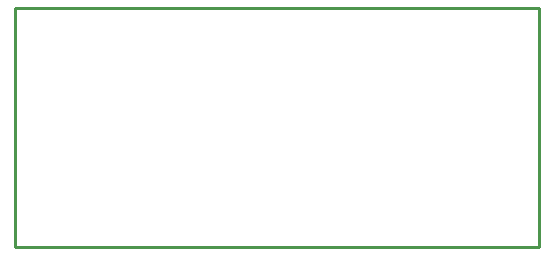
<source format=gbr>
G04 EAGLE Gerber RS-274X export*
G75*
%MOMM*%
%FSLAX34Y34*%
%LPD*%
%IN*%
%IPPOS*%
%AMOC8*
5,1,8,0,0,1.08239X$1,22.5*%
G01*
%ADD10C,0.254000*%


D10*
X5000Y-3000D02*
X449000Y-3000D01*
X449000Y200000D01*
X5000Y200000D01*
X5000Y-3000D01*
M02*

</source>
